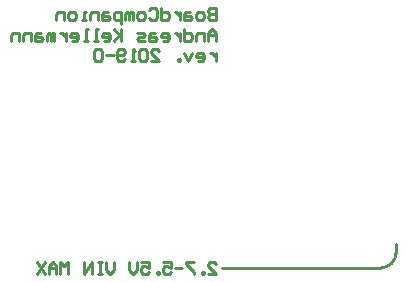
<source format=gbo>
G04*
G04 #@! TF.GenerationSoftware,Altium Limited,Altium Designer,19.0.15 (446)*
G04*
G04 Layer_Color=32896*
%FSLAX25Y25*%
%MOIN*%
G70*
G01*
G75*
%ADD10C,0.00984*%
%ADD11C,0.01000*%
D10*
X227691Y141732D02*
X230315D01*
X227691Y144356D01*
Y145012D01*
X228347Y145668D01*
X229659D01*
X230315Y145012D01*
X226379Y141732D02*
Y142388D01*
X225723D01*
Y141732D01*
X226379D01*
X223099Y145668D02*
X220476D01*
Y145012D01*
X223099Y142388D01*
Y141732D01*
X219164Y143700D02*
X216540D01*
X212604Y145668D02*
X215228D01*
Y143700D01*
X213916Y144356D01*
X213260D01*
X212604Y143700D01*
Y142388D01*
X213260Y141732D01*
X214572D01*
X215228Y142388D01*
X211292Y141732D02*
Y142388D01*
X210636D01*
Y141732D01*
X211292D01*
X205389Y145668D02*
X208012D01*
Y143700D01*
X206700Y144356D01*
X206045D01*
X205389Y143700D01*
Y142388D01*
X206045Y141732D01*
X207357D01*
X208012Y142388D01*
X204077Y145668D02*
Y143044D01*
X202765Y141732D01*
X201453Y143044D01*
Y145668D01*
X196205D02*
Y143044D01*
X194893Y141732D01*
X193581Y143044D01*
Y145668D01*
X192270D02*
X190958D01*
X191613D01*
Y141732D01*
X192270D01*
X190958D01*
X188990D02*
Y145668D01*
X186366Y141732D01*
Y145668D01*
X181118Y141732D02*
Y145668D01*
X179806Y144356D01*
X178494Y145668D01*
Y141732D01*
X177182D02*
Y144356D01*
X175871Y145668D01*
X174559Y144356D01*
Y141732D01*
Y143700D01*
X177182D01*
X173247Y145668D02*
X170623Y141732D01*
Y145668D02*
X173247Y141732D01*
X230315Y215222D02*
Y212598D01*
Y213910D01*
X229659Y214566D01*
X229003Y215222D01*
X228347D01*
X224411Y212598D02*
X225723D01*
X226379Y213254D01*
Y214566D01*
X225723Y215222D01*
X224411D01*
X223755Y214566D01*
Y213910D01*
X226379D01*
X222444Y215222D02*
X221132Y212598D01*
X219820Y215222D01*
X218508Y212598D02*
Y213254D01*
X217852D01*
Y212598D01*
X218508D01*
X208668D02*
X211292D01*
X208668Y215222D01*
Y215878D01*
X209324Y216534D01*
X210636D01*
X211292Y215878D01*
X207357D02*
X206700Y216534D01*
X205389D01*
X204733Y215878D01*
Y213254D01*
X205389Y212598D01*
X206700D01*
X207357Y213254D01*
Y215878D01*
X203421Y212598D02*
X202109D01*
X202765D01*
Y216534D01*
X203421Y215878D01*
X200141Y213254D02*
X199485Y212598D01*
X198173D01*
X197517Y213254D01*
Y215878D01*
X198173Y216534D01*
X199485D01*
X200141Y215878D01*
Y215222D01*
X199485Y214566D01*
X197517D01*
X196205D02*
X193581D01*
X192270Y215878D02*
X191613Y216534D01*
X190302D01*
X189646Y215878D01*
Y213254D01*
X190302Y212598D01*
X191613D01*
X192270Y213254D01*
Y215878D01*
X230315Y219488D02*
Y222112D01*
X229003Y223424D01*
X227691Y222112D01*
Y219488D01*
Y221456D01*
X230315D01*
X226379Y219488D02*
Y222112D01*
X224411D01*
X223755Y221456D01*
Y219488D01*
X219820Y223424D02*
Y219488D01*
X221788D01*
X222444Y220144D01*
Y221456D01*
X221788Y222112D01*
X219820D01*
X218508D02*
Y219488D01*
Y220800D01*
X217852Y221456D01*
X217196Y222112D01*
X216540D01*
X212604Y219488D02*
X213916D01*
X214572Y220144D01*
Y221456D01*
X213916Y222112D01*
X212604D01*
X211948Y221456D01*
Y220800D01*
X214572D01*
X209980Y222112D02*
X208668D01*
X208012Y221456D01*
Y219488D01*
X209980D01*
X210636Y220144D01*
X209980Y220800D01*
X208012D01*
X206700Y219488D02*
X204733D01*
X204077Y220144D01*
X204733Y220800D01*
X206045D01*
X206700Y221456D01*
X206045Y222112D01*
X204077D01*
X198829Y223424D02*
Y219488D01*
Y220800D01*
X196205Y223424D01*
X198173Y221456D01*
X196205Y219488D01*
X192925D02*
X194237D01*
X194893Y220144D01*
Y221456D01*
X194237Y222112D01*
X192925D01*
X192270Y221456D01*
Y220800D01*
X194893D01*
X190958Y219488D02*
X189646D01*
X190302D01*
Y223424D01*
X190958D01*
X187678Y219488D02*
X186366D01*
X187022D01*
Y223424D01*
X187678D01*
X182430Y219488D02*
X183742D01*
X184398Y220144D01*
Y221456D01*
X183742Y222112D01*
X182430D01*
X181774Y221456D01*
Y220800D01*
X184398D01*
X180462Y222112D02*
Y219488D01*
Y220800D01*
X179806Y221456D01*
X179150Y222112D01*
X178494D01*
X176526Y219488D02*
Y222112D01*
X175871D01*
X175215Y221456D01*
Y219488D01*
Y221456D01*
X174559Y222112D01*
X173903Y221456D01*
Y219488D01*
X171935Y222112D02*
X170623D01*
X169967Y221456D01*
Y219488D01*
X171935D01*
X172591Y220144D01*
X171935Y220800D01*
X169967D01*
X168655Y219488D02*
Y222112D01*
X166687D01*
X166031Y221456D01*
Y219488D01*
X164719D02*
Y222112D01*
X162751D01*
X162095Y221456D01*
Y219488D01*
X230315Y230314D02*
Y226378D01*
X228347D01*
X227691Y227034D01*
Y227690D01*
X228347Y228346D01*
X230315D01*
X228347D01*
X227691Y229002D01*
Y229658D01*
X228347Y230314D01*
X230315D01*
X225723Y226378D02*
X224411D01*
X223755Y227034D01*
Y228346D01*
X224411Y229002D01*
X225723D01*
X226379Y228346D01*
Y227034D01*
X225723Y226378D01*
X221788Y229002D02*
X220476D01*
X219820Y228346D01*
Y226378D01*
X221788D01*
X222444Y227034D01*
X221788Y227690D01*
X219820D01*
X218508Y229002D02*
Y226378D01*
Y227690D01*
X217852Y228346D01*
X217196Y229002D01*
X216540D01*
X211948Y230314D02*
Y226378D01*
X213916D01*
X214572Y227034D01*
Y228346D01*
X213916Y229002D01*
X211948D01*
X208012Y229658D02*
X208668Y230314D01*
X209980D01*
X210636Y229658D01*
Y227034D01*
X209980Y226378D01*
X208668D01*
X208012Y227034D01*
X206045Y226378D02*
X204733D01*
X204077Y227034D01*
Y228346D01*
X204733Y229002D01*
X206045D01*
X206700Y228346D01*
Y227034D01*
X206045Y226378D01*
X202765D02*
Y229002D01*
X202109D01*
X201453Y228346D01*
Y226378D01*
Y228346D01*
X200797Y229002D01*
X200141Y228346D01*
Y226378D01*
X198829Y225066D02*
Y229002D01*
X196861D01*
X196205Y228346D01*
Y227034D01*
X196861Y226378D01*
X198829D01*
X194237Y229002D02*
X192925D01*
X192270Y228346D01*
Y226378D01*
X194237D01*
X194893Y227034D01*
X194237Y227690D01*
X192270D01*
X190958Y226378D02*
Y229002D01*
X188990D01*
X188334Y228346D01*
Y226378D01*
X187022D02*
X185710D01*
X186366D01*
Y229002D01*
X187022D01*
X183086Y226378D02*
X181774D01*
X181118Y227034D01*
Y228346D01*
X181774Y229002D01*
X183086D01*
X183742Y228346D01*
Y227034D01*
X183086Y226378D01*
X179806D02*
Y229002D01*
X177838D01*
X177182Y228346D01*
Y226378D01*
D11*
X285354Y143701D02*
G03*
X290354Y148701I0J5000D01*
G01*
Y151575D01*
X232283Y143701D02*
X285354D01*
M02*

</source>
